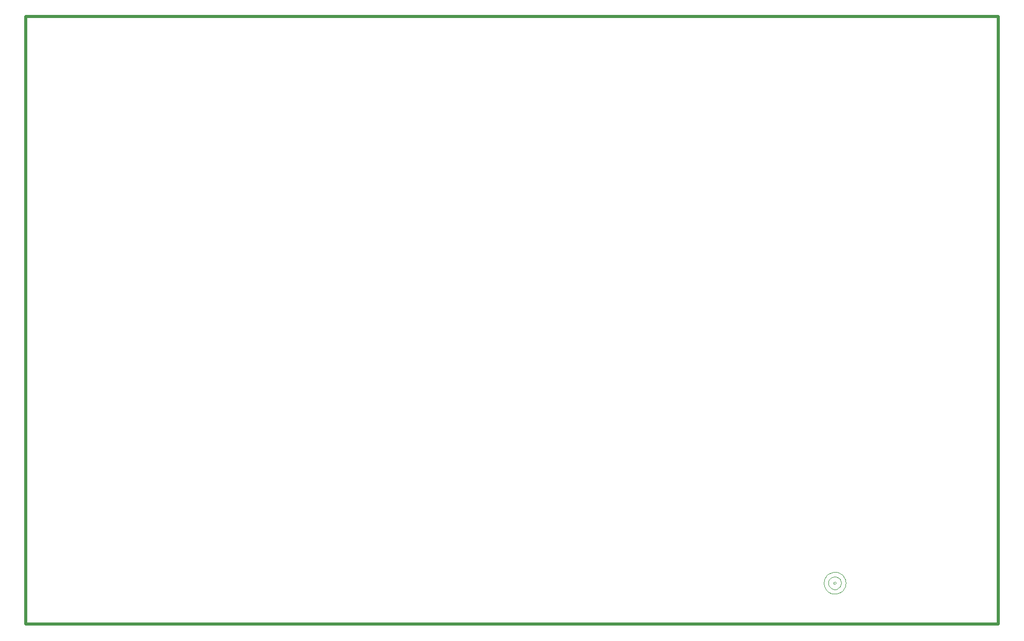
<source format=gm1>
G04 Layer_Color=16711935*
%FSLAX25Y25*%
%MOIN*%
G70*
G01*
G75*
%ADD38C,0.02000*%
%ADD103C,0.00098*%
D38*
X-2000Y392000D02*
X627900D01*
X-2000Y-1700D02*
X627900D01*
X-2000D02*
Y392000D01*
X627900Y-1700D02*
Y392000D01*
D103*
X522787Y25000D02*
X522243Y25749D01*
X521363Y25463D01*
Y24537D01*
X522243Y24251D01*
X522787Y25000D01*
X526134D02*
X526014Y25989D01*
X525660Y26921D01*
X525094Y27741D01*
X524348Y28402D01*
X523466Y28865D01*
X522498Y29104D01*
X521502D01*
X520534Y28865D01*
X519652Y28402D01*
X518906Y27741D01*
X518340Y26921D01*
X517986Y25989D01*
X517866Y25000D01*
X517986Y24011D01*
X518340Y23079D01*
X518906Y22259D01*
X519652Y21598D01*
X520534Y21135D01*
X521502Y20896D01*
X522498D01*
X523466Y21135D01*
X524348Y21598D01*
X525094Y22259D01*
X525660Y23079D01*
X526014Y24011D01*
X526134Y25000D01*
X529087D02*
X529018Y25986D01*
X528812Y26953D01*
X528474Y27882D01*
X528010Y28755D01*
X527429Y29555D01*
X526742Y30266D01*
X525963Y30875D01*
X525107Y31369D01*
X524190Y31740D01*
X523231Y31979D01*
X522247Y32082D01*
X521259Y32048D01*
X520286Y31876D01*
X519345Y31571D01*
X518457Y31137D01*
X517637Y30584D01*
X516902Y29923D01*
X516267Y29165D01*
X515743Y28327D01*
X515341Y27424D01*
X515068Y26473D01*
X514931Y25494D01*
Y24506D01*
X515068Y23527D01*
X515341Y22576D01*
X515743Y21673D01*
X516267Y20835D01*
X516902Y20077D01*
X517637Y19416D01*
X518457Y18863D01*
X519345Y18429D01*
X520286Y18124D01*
X521259Y17952D01*
X522247Y17918D01*
X523231Y18021D01*
X524190Y18260D01*
X525107Y18631D01*
X525963Y19125D01*
X526742Y19734D01*
X527429Y20445D01*
X528010Y21245D01*
X528474Y22118D01*
X528812Y23047D01*
X529018Y24014D01*
X529087Y25000D01*
M02*

</source>
